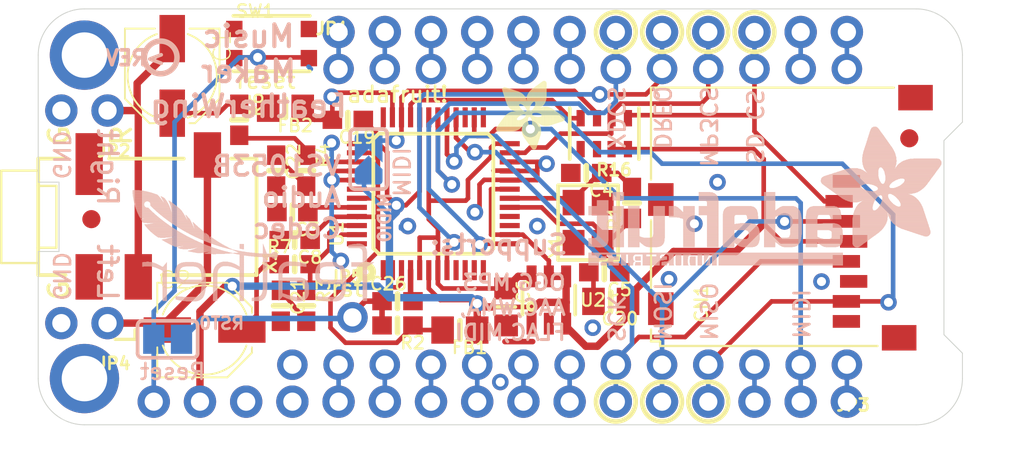
<source format=kicad_pcb>
(kicad_pcb (version 20211014) (generator pcbnew)
  (layers (0 "F.Cu" signal) (31 "B.Cu" signal) (34 "B.Paste" user) (35 "F.Paste" user) (36 "B.SilkS" user "B.Silkscreen") (37 "F.SilkS" user "F.Silkscreen") (38 "B.Mask" user) (39 "F.Mask" user) (44 "Edge.Cuts" user))
  (net 0 "")
  (net 1 "1.8V")
  (net 2 "3.3V")
  (net 3 "GND")
  (net 4 "AVDD")
  (net 5 "AGND")
  (net 6 "N$1")
  (net 7 "N$2")
  (net 8 "GPIO0")
  (net 9 "GPIO1")
  (net 10 "MISO")
  (net 11 "TX")
  (net 12 "MP3_RX")
  (net 13 "DREQ")
  (net 14 "CLKOUT")
  (net 15 "LEFT")
  (net 16 "RIGHT")
  (net 17 "N$5")
  (net 18 "N$6")
  (net 19 "RIGHT_FILTERED")
  (net 20 "LEFT_FILTERED")
  (net 21 "MP3CS")
  (net 22 "XDCS")
  (net 23 "R_OUT")
  (net 24 "L_OUT")
  (net 25 "N$3")
  (net 26 "MP3RST")
  (net 27 "MOSI")
  (net 28 "SCLK")
  (net 29 "SD_CS")
  (net 30 "VBAT")
  (net 31 "N$4")
  (net 32 "USB")
  (net 33 "N$7")
  (net 34 "N$8")
  (net 35 "N$9")
  (net 36 "N$10")
  (net 37 "N$11")
  (net 38 "N$12")
  (net 39 "N$13")
  (net 40 "N$14")
  (net 41 "N$15")
  (net 42 "N$16")
  (net 43 "N$17")
  (net 44 "N$18")
  (net 45 "N$19")
  (net 46 "~{RESET}")
  (footprint "boardEagle:0603-NO" (layer "F.Cu") (at 155.7401 104.2416 90)
    (fp_text reference "R1")
    (fp_text value "1M")
  )
  (footprint "boardEagle:LQFP48" (layer "F.Cu") (at 144.8181 103.7336 90)
    (fp_text reference "U1")
    (fp_text value "VS1053B")
  )
  (footprint "boardEagle:0603-NO" (layer "F.Cu") (at 154.2161 108.0516 180)
    (fp_text reference "C5")
    (fp_text value "22pF")
  )
  (footprint "boardEagle:0603-NO" (layer "F.Cu") (at 142.8496 110.9726 180)
    (fp_text reference "R2")
    (fp_text value "100K")
  )
  (footprint "boardEagle:0603-NO" (layer "F.Cu") (at 137.8331 109.8931 -90)
    (fp_text reference "R3")
    (fp_text value "22")
  )
  (footprint "boardEagle:0603-NO" (layer "F.Cu") (at 136.1821 102.4636 -90)
    (fp_text reference "C22")
    (fp_text value "10nF")
  )
  (footprint "boardEagle:0603-NO" (layer "F.Cu") (at 137.1981 106.2736 180)
    (fp_text reference "C8")
    (fp_text value "1µF")
  )
  (footprint "boardEagle:0805-NO" (layer "F.Cu") (at 146.2786 111.2266 180)
    (fp_text reference "FB1")
    (fp_text value "FERITTE")
  )
  (footprint "boardEagle:FEATHERWING_NODIM" (layer "F.Cu") (at 123.1011 116.4336)
    (fp_text reference "MS1" hide)
    (fp_text value "FEATHERWING_NODIM" hide)
  )
  (footprint "boardEagle:1X12_ROUND" (layer "F.Cu") (at 153.5811 96.8756)
    (fp_text reference "JP1")
    (fp_text value "")
  )
  (footprint "boardEagle:PANASONIC_C" (layer "F.Cu") (at 132.2451 111.2266)
    (fp_text reference "C2")
    (fp_text value "220uF")
  )
  (footprint "boardEagle:FIDUCIAL_1MM" (layer "F.Cu") (at 170.9801 100.6856)
    (fp_text reference "FID1" hide)
    (fp_text value "FIDUCIAL\"\"" hide)
  )
  (footprint "boardEagle:1X02_ROUND" (layer "F.Cu") (at 125.6411 110.8456 180)
    (fp_text reference "JP4")
    (fp_text value "")
  )
  (footprint "boardEagle:0603-NO" (layer "F.Cu") (at 137.1981 107.6071)
    (fp_text reference "R7")
    (fp_text value "100")
  )
  (footprint "boardEagle:PANASONIC_C" (layer "F.Cu") (at 130.4671 97.2566 -90)
    (fp_text reference "C1")
    (fp_text value "220uF")
  )
  (footprint "boardEagle:0603-NO" (layer "F.Cu") (at 136.4361 109.8931 -90)
    (fp_text reference "C21")
    (fp_text value "10nF")
  )
  (footprint "boardEagle:0603-NO" (layer "F.Cu") (at 153.2255 102.5906 180)
    (fp_text reference "C4")
    (fp_text value "22pF")
  )
  (footprint "boardEagle:ADAFRUIT_3.5MM" (layer "F.Cu") (at 148.2471 97.5106 -90)
    (fp_text reference "U$36" hide)
    (fp_text value "" hide)
  )
  (footprint "boardEagle:0603-NO" (layer "F.Cu") (at 137.8331 102.4636 -90)
    (fp_text reference "R4")
    (fp_text value "22")
  )
  (footprint "boardEagle:1X13_ROUND_70" (layer "F.Cu") (at 152.3111 113.1316 180)
    (fp_text reference "JP3")
    (fp_text value "")
  )
  (footprint "boardEagle:SOT23-6" (layer "F.Cu") (at 151.1681 109.5756)
    (fp_text reference "U2")
    (fp_text value "AP7312-1833W6-7")
  )
  (footprint "boardEagle:0805-NO" (layer "F.Cu") (at 154.5717 109.6518 180)
    (fp_text reference "C20")
    (fp_text value "10µF")
  )
  (footprint "boardEagle:4UCONN_18510" (layer "F.Cu") (at 123.1011 105.0036)
    (fp_text reference "X1")
    (fp_text value "")
  )
  (footprint "boardEagle:1X02_ROUND" (layer "F.Cu") (at 125.6411 99.1616 180)
    (fp_text reference "JP2")
    (fp_text value "")
  )
  (footprint "boardEagle:BTN_KMR2_4.6X2.8" (layer "F.Cu") (at 135.9281 95.4786)
    (fp_text reference "SW1")
    (fp_text value "KMR2")
  )
  (footprint "boardEagle:CRYSTAL_3.2X2.5" (layer "F.Cu") (at 153.3271 105.3211 90)
    (fp_text reference "Y1")
    (fp_text value "ABM8G-12.288MHZ-4Y-T3")
  )
  (footprint "boardEagle:1X01_ROUND" (layer "F.Cu") (at 140.3731 110.5281)
    (fp_text reference "JP5")
    (fp_text value "")
  )
  (footprint "boardEagle:FIDUCIAL_1MM" (layer "F.Cu") (at 126.0221 105.1306 -90)
    (fp_text reference "FID2" hide)
    (fp_text value "FIDUCIAL\"\"" hide)
  )
  (footprint "boardEagle:0805-NO" (layer "F.Cu") (at 136.6901 99.0346 180)
    (fp_text reference "FB2")
    (fp_text value "FERITTE")
  )
  (footprint "boardEagle:0603-NO" (layer "F.Cu") (at 134.1501 99.6696 -90)
    (fp_text reference "R6")
    (fp_text value "100")
  )
  (footprint "boardEagle:MICROSD" (layer "F.Cu") (at 156.8831 112.0521 90)
    (fp_text reference "CN1")
    (fp_text value "2908-05WB-M6")
  )
  (footprint "boardEagle:RESPACK_4X0603" (layer "F.Cu") (at 154.2161 100.4316 180)
    (fp_text reference "R16")
    (fp_text value "100K")
  )
  (footprint "boardEagle:0603-NO" (layer "F.Cu") (at 140.1191 99.6696 180)
    (fp_text reference "C19")
    (fp_text value "1µF")
  )
  (footprint "boardEagle:0603-NO" (layer "F.Cu") (at 137.0711 104.7496 180)
    (fp_text reference "C3")
    (fp_text value "1uF")
  )
  (footprint "boardEagle:0603-NO" (layer "F.Cu") (at 142.8496 109.6391)
    (fp_text reference "C26")
    (fp_text value "0.1µF")
  )
  (footprint "boardEagle:_0805MP" (layer "F.Cu") (at 148.8186 109.9566 -90)
    (fp_text reference "C6")
    (fp_text value "10µF")
  )
  (footprint "boardEagle:FEATHERLOGO_SMALL" (layer "B.Cu") (at 141.6431 109.7026 180)
    (fp_text reference "U$37" hide)
    (fp_text value "" hide)
  )
  (footprint "boardEagle:ADAFRUIT_TEXT_20MM" (layer "B.Cu") (at 172.9105 107.6706 180)
    (fp_text reference "U$55" hide)
    (fp_text value "" hide)
  )
  (footprint "boardEagle:SOLDERJUMPER_CLOSEDWIRE" (layer "B.Cu") (at 130.2131 111.7346 180)
    (fp_text reference "RST0")
    (fp_text value "")
  )
  (footprint "boardEagle:SOLDERJUMPER_ARROW_NOPASTE" (layer "B.Cu") (at 141.2621 101.8286 90)
    (fp_text reference "MIDI0")
    (fp_text value "")
  )
  (footprint "boardEagle:PCBFEAT-REV-040" (layer "B.Cu") (at 129.8321 96.2406 180)
    (fp_text reference "U$43" hide)
    (fp_text value "" hide)
  )
  (gr_circle (center 162.4711 94.8436) (end 163.563593 94.8436) (layer "F.SilkS") (width 0.254) (fill none))
  (gr_circle (center 154.8511 115.1636) (end 155.943593 115.1636) (layer "F.SilkS") (width 0.254) (fill none))
  (gr_circle (center 157.3911 115.1636) (end 158.483593 115.1636) (layer "F.SilkS") (width 0.254) (fill none))
  (gr_circle (center 159.9311 94.8436) (end 161.023593 94.8436) (layer "F.SilkS") (width 0.254) (fill none))
  (gr_circle (center 159.9311 115.1636) (end 161.023593 115.1636) (layer "F.SilkS") (width 0.254) (fill none))
  (gr_circle (center 154.8511 94.8436) (end 155.943593 94.8436) (layer "F.SilkS") (width 0.254) (fill none))
  (gr_circle (center 157.3911 94.8436) (end 158.483593 94.8436) (layer "F.SilkS") (width 0.254) (fill none))
  (gr_arc (start 173.9011 113.8936) (mid 173.157151 115.689651) (end 171.3611 116.4336) (layer "Edge.Cuts") (width 0.05))
  (gr_line (start 124.2441 106.9086) (end 124.2441 103.0986) (layer "Edge.Cuts") (width 0.05))
  (gr_line (start 172.8851 100.8126) (end 172.8851 111.4806) (layer "Edge.Cuts") (width 0.05))
  (gr_arc (start 171.3611 93.5736) (mid 173.157151 94.317549) (end 173.9011 96.1136) (layer "Edge.Cuts") (width 0.05))
  (gr_line (start 173.9011 99.7966) (end 172.8851 100.8126) (layer "Edge.Cuts") (width 0.05))
  (gr_line (start 173.9011 112.4966) (end 173.9011 113.8936) (layer "Edge.Cuts") (width 0.05))
  (gr_line (start 123.1011 113.8936) (end 123.1011 106.9086) (layer "Edge.Cuts") (width 0.05))
  (gr_line (start 171.3611 116.4336) (end 125.6411 116.4336) (layer "Edge.Cuts") (width 0.05))
  (gr_line (start 173.9011 96.1136) (end 173.9011 99.7966) (layer "Edge.Cuts") (width 0.05))
  (gr_line (start 172.8851 111.4806) (end 173.9011 112.4966) (layer "Edge.Cuts") (width 0.05))
  (gr_arc (start 123.1011 96.1136) (mid 123.845049 94.317549) (end 125.6411 93.5736) (layer "Edge.Cuts") (width 0.05))
  (gr_line (start 125.6411 93.5736) (end 171.3611 93.5736) (layer "Edge.Cuts") (width 0.05))
  (gr_line (start 123.1011 106.9086) (end 124.2441 106.9086) (layer "Edge.Cuts") (width 0.05))
  (gr_line (start 124.2441 103.0986) (end 123.1011 103.0986) (layer "Edge.Cuts") (width 0.05))
  (gr_line (start 123.1011 103.0986) (end 123.1011 96.1136) (layer "Edge.Cuts") (width 0.05))
  (gr_arc (start 125.6411 116.4336) (mid 123.845049 115.689651) (end 123.1011 113.8936) (layer "Edge.Cuts") (width 0.05))
  (gr_text "SCK" (at 154.8511 110.5916 -90) (layer "B.SilkS") (effects (font (size 0.87376 0.87376) (thickness 0.14224)) (justify mirror)))
  (gr_text "GND" (at 124.3711 100.1776 -90) (layer "B.SilkS") (effects (font (size 0.87376 0.87376) (thickness 0.14224)) (justify right mirror)))
  (gr_text "Music\nMaker\nFeatherWing" (at 134.6581 97.0026) (layer "B.SilkS") (effects (font (size 1.194816 1.194816) (thickness 0.227584)) (justify mirror)))
  (gr_text "MP3CS" (at 159.9311 100.0506 -90) (layer "B.SilkS") (effects (font (size 0.87376 0.87376) (thickness 0.14224)) (justify mirror)))
  (gr_text "MISO" (at 159.9311 110.2106 -90) (layer "B.SilkS") (effects (font (size 0.87376 0.87376) (thickness 0.14224)) (justify mirror)))
  (gr_text "XDCS" (at 154.8511 99.5426 -90) (layer "B.SilkS") (effects (font (size 0.87376 0.87376) (thickness 0.14224)) (justify mirror)))
  (gr_text "MIDI" (at 165.0111 110.3376 -90) (layer "B.SilkS") (effects (font (size 0.87376 0.87376) (thickness 0.14224)) (justify mirror)))
  (gr_text "OGG,MP3,\nAAC,WMA,\nFLAC,MIDI" (at 152.1841 111.8616) (layer "B.SilkS") (effects (font (size 0.85344 0.85344) (thickness 0.16256)) (justify left bottom mirror)))
  (gr_text "MIDI" (at 143.0401 103.9876 -90) (layer "B.SilkS") (effects (font (size 0.87376 0.87376) (thickness 0.14224)) (justify left mirror)))
  (gr_text "MOSI" (at 157.3911 110.2106 -90) (layer "B.SilkS") (effects (font (size 0.87376 0.87376) (thickness 0.14224)) (justify mirror)))
  (gr_text "Right" (at 126.9111 100.0506 -90) (layer "B.SilkS") (effects (font (size 1.0922 1.0922) (thickness 0.1778)) (justify right mirror)))
  (gr_text "Left" (at 126.9111 109.7026 -90) (layer "B.SilkS") (effects (font (size 1.0922 1.0922) (thickness 0.1778)) (justify left mirror)))
  (gr_text "Reset" (at 132.3721 113.5126) (layer "B.SilkS") (effects (font (size 0.87376 0.87376) (thickness 0.14224)) (justify left mirror)))
  (gr_text "DREQ" (at 157.3911 99.5426 -90) (layer "B.SilkS") (effects (font (size 0.87376 0.87376) (thickness 0.14224)) (justify mirror)))
  (gr_text "GND" (at 124.3711 109.7026 -90) (layer "B.SilkS") (effects (font (size 0.87376 0.87376) (thickness 0.14224)) (justify left mirror)))
  (gr_text "Supports:" (at 152.3111 107.1626) (layer "B.SilkS") (effects (font (size 1.0668 1.0668) (thickness 0.2032)) (justify left bottom mirror)))
  (gr_text "VS1053B\nAudio\nCodec" (at 139.8651 106.2736) (layer "B.SilkS") (effects (font (size 1.0668 1.0668) (thickness 0.2032)) (justify left bottom mirror)))
  (gr_text "SD CS" (at 162.4711 100.0506 -90) (layer "B.SilkS") (effects (font (size 0.87376 0.87376) (thickness 0.14224)) (justify mirror)))
  (gr_text "reset" (at 133.8961 98.0186) (layer "F.SilkS") (effects (font (size 0.87376 0.87376) (thickness 0.14224)) (justify left bottom)))
  (gr_text "rst" (at 139.1031 109.4486) (layer "F.SilkS") (effects (font (size 0.87376 0.87376) (thickness 0.14224)) (justify left bottom)))
  (gr_text "G" (at 124.2441 101.1936 90) (layer "F.SilkS") (effects (font (size 1.0922 1.0922) (thickness 0.1778)) (justify left)))
  (gr_text "G" (at 124.2441 109.7026 90) (layer "F.SilkS") (effects (font (size 1.0922 1.0922) (thickness 0.1778)) (justify left)))
  (gr_text "adafruit!" (at 139.9921 98.2726) (layer "F.SilkS") (effects (font (size 0.87376 0.87376) (thickness 0.14224)) (justify left)))
  (gr_text "L" (at 127.9271 112.1156 90) (layer "F.SilkS") (effects (font (size 1.0922 1.0922) (thickness 0.1778)) (justify left)))
  (gr_text "R" (at 127.6731 101.1936 90) (layer "F.SilkS") (effects (font (size 1.0922 1.0922) (thickness 0.1778)) (justify left)))
  (segment (start 145.0681 108.6826) (end 145.3261 108.9406) (width 0.254) (layer "F.Cu") (net 1))
  (segment (start 144.5681 105.1346) (end 145.0721 105.6386) (width 0.254) (layer "F.Cu") (net 1))
  (segment (start 144.5681 104.1146) (end 144.5681 105.1346) (width 0.254) (layer "F.Cu") (net 1))
  (segment (start 145.0721 106.1466) (end 145.0721 105.6386) (width 0.254) (layer "F.Cu") (net 1))
  (segment (start 144.0681 107.9336) (end 144.0681 106.1466) (width 0.254) (layer "F.Cu") (net 1))
  (segment (start 144.0681 106.1466) (end 145.0721 106.1466) (width 0.254) (layer "F.Cu") (net 1))
  (segment (start 145.3261 108.9406) (end 148.8186 108.9406) (width 0.254) (layer "F.Cu") (net 1))
  (segment (start 150.2181 108.6206) (end 150.2181 108.2756) (width 0.4064) (layer "F.Cu") (net 1))
  (segment (start 146.7231 103.9876) (end 146.5961 104.1146) (width 0.254) (layer "F.Cu") (net 1))
  (segment (start 147.9931 101.1936) (end 147.9931 101.7016) (width 0.254) (layer "F.Cu") (net 1))
  (segment (start 148.8186 108.9406) (end 149.4836 108.2756) (width 0.4064) (layer "F.Cu") (net 1))
  (segment (start 145.0721 107.9336) (end 145.0681 107.9336) (width 0.254) (layer "F.Cu") (net 1))
  (segment (start 147.9931 101.1936) (end 148.2031 100.9836) (width 0.254) (layer "F.Cu") (net 1))
  (segment (start 146.7231 102.9716) (end 147.9931 101.7016) (width 0.254) (layer "F.Cu") (net 1))
  (segment (start 148.2031 100.9836) (end 149.0181 100.9836) (width 0.254) (layer "F.Cu") (net 1))
  (segment (start 146.5961 104.1146) (end 144.5681 104.1146) (width 0.254) (layer "F.Cu") (net 1))
  (segment (start 146.7231 103.9876) (end 146.7231 102.9716) (width 0.254) (layer "F.Cu") (net 1))
  (segment (start 145.0681 107.9336) (end 145.0681 108.6826) (width 0.254) (layer "F.Cu") (net 1))
  (segment (start 145.0721 106.1466) (end 145.0721 107.9336) (width 0.254) (layer "F.Cu") (net 1))
  (segment (start 144.5681 99.5336) (end 144.5681 104.1146) (width 0.254) (layer "F.Cu") (net 1))
  (segment (start 149.4836 108.2756) (end 150.2181 108.2756) (width 0.4064) (layer "F.Cu") (net 1))
  (segment (start 162.9791 105.3846) (end 162.9791 101.8286) (width 0.254) (layer "F.Cu") (net 2))
  (segment (start 141.8971 100.5976) (end 140.9691 99.6696) (width 0.254) (layer "F.Cu") (net 2))
  (segment (start 131.9911 110.2106) (end 131.9911 115.1636) (width 0.4064) (layer "F.Cu") (net 2))
  (segment (start 150.6601 109.7026) (end 152.1221 109.7026) (width 0.4064) (layer "F.Cu") (net 2))
  (segment (start 154.6161 101.2816) (end 155.5161 101.2816) (width 0.254) (layer "F.Cu") (net 2))
  (segment (start 144.5681 107.9336) (end 144.5681 108.9446) (width 0.254) (layer "F.Cu") (net 2))
  (segment (start 133.7691 108.8136) (end 133.3881 108.8136) (width 0.4064) (layer "F.Cu") (net 2))
  (segment (start 162.9791 101.8286) (end 162.4321 101.2816) (width 0.254) (layer "F.Cu") (net 2))
  (segment (start 147.0406 109.5756) (end 147.2311 109.7661) (width 0.254) (layer "F.Cu") (net 2))
  (segment (start 163.9466 106.3521) (end 167.9231 106.3521) (width 0.254) (layer "F.Cu") (net 2))
  (segment (start 150.2181 110.1446) (end 150.6601 109.7026) (width 0.4064) (layer "F.Cu") (net 2))
  (segment (start 151.1681 108.2756) (end 152.1181 108.2756) (width 0.4064) (layer "F.Cu") (net 2))
  (segment (start 144.0681 103.6066) (end 143.3061 104.3686) (width 0.254) (layer "F.Cu") (net 2))
  (segment (start 149.7351 105.9836) (end 151.1681 107.4166) (width 0.254) (layer "F.Cu") (net 2))
  (segment (start 152.1181 110.8756) (end 152.1181 109.6986) (width 0.4064) (layer "F.Cu") (net 2))
  (segment (start 152.1221 109.7026) (end 152.1181 109.6986) (width 0.4064) (layer "F.Cu") (net 2))
  (segment (start 152.1181 107.9906) (end 152.1181 108.2756) (width 0.254) (layer "F.Cu") (net 2))
  (segment (start 147.228331 110.909369) (end 147.2286 110.909369) (width 0.4064) (layer "F.Cu") (net 2))
  (segment (start 151.1681 107.4166) (end 151.1681 108.2756) (width 0.254) (layer "F.Cu") (net 2))
  (segment (start 148.0541 109.9566) (end 147.2311 109.9566) (width 0.4064) (layer "F.Cu") (net 2))
  (segment (start 142.2781 101.4476) (end 142.2781 103.8606) (width 0.254) (layer "F.Cu") (net 2))
  (segment (start 153.2001 112.1156) (end 152.1181 111.0336) (width 0.4064) (layer "F.Cu") (net 2))
  (segment (start 162.4321 101.2816) (end 155.5161 101.2816) (width 0.254) (layer "F.Cu") (net 2))
  (segment (start 141.8971 101.0666) (end 141.8971 100.5976) (width 0.254) (layer "F.Cu") (net 2))
  (segment (start 148.0541 109.9566) (end 150.2601 109.9566) (width 0.254) (layer "F.Cu") (net 2))
  (segment (start 150.2601 109.9566) (end 150.2601 110.8336) (width 0.4064) (layer "F.Cu") (net 2))
  (segment (start 150.2601 110.8336) (end 150.2181 110.8756) (width 0.4064) (layer "F.Cu") (net 2))
  (segment (start 147.2311 110.770119) (end 147.228331 110.772888) (width 0.254) (layer "F.Cu") (net 2))
  (segment (start 155.5217 110.429) (end 153.8351 112.1156) (width 0.4064) (layer "F.Cu") (net 2))
  (segment (start 149.0181 105.9836) (end 149.7351 105.9836) (width 0.254) (layer "F.Cu") (net 2))
  (segment (start 143.3061 104.3686) (end 142.7861 104.3686) (width 0.254) (layer "F.Cu") (net 2))
  (segment (start 142.2781 101.4476) (end 141.8971 101.0666) (width 0.254) (layer "F.Cu") (net 2))
  (segment (start 158.0261 106.9086) (end 161.4551 106.9086) (width 0.4064) (layer "F.Cu") (net 2))
  (segment (start 147.228331 110.772888) (end 147.228331 110.909369) (width 0.254) (layer "F.Cu") (net 2))
  (segment (start 163.9466 106.3521) (end 162.9791 105.3846) (width 0.254) (layer "F.Cu") (net 2))
  (segment (start 155.5217 109.413) (end 155.5217 109.6518) (width 0.4064) (layer "F.Cu") (net 2))
  (segment (start 149.0181 105.9836) (end 147.9931 105.9836) (width 0.254) (layer "F.Cu") (net 2))
  (segment (start 145.1991 109.5756) (end 147.0406 109.5756) (width 0.254) (layer "F.Cu") (net 2))
  (segment (start 142.2781 103.8606) (end 142.7861 104.3686) (width 0.254) (layer "F.Cu") (net 2))
  (segment (start 150.2181 110.8756) (end 150.2181 110.1446) (width 0.4064) (layer "F.Cu") (net 2))
  (segment (start 144.5681 108.9446) (end 145.1991 109.5756) (width 0.254) (layer "F.Cu") (net 2))
  (segment (start 147.2311 109.7661) (end 147.2311 109.9566) (width 0.4064) (layer "F.Cu") (net 2))
  (segment (start 147.2286 110.909369) (end 147.2286 111.2266) (width 0.4064) (layer "F.Cu") (net 2))
  (segment (start 149.0181 103.4836) (end 147.9931 103.4836) (width 0.254) (layer "F.Cu") (net 2))
  (segment (start 152.1181 109.6986) (end 152.1181 108.2756) (width 0.4064) (layer "F.Cu") (net 2))
  (segment (start 144.0681 99.5336) (end 144.0681 103.6066) (width 0.254) (layer "F.Cu") (net 2))
  (segment (start 161.4551 106.9086) (end 162.9791 105.3846) (width 0.4064) (layer "F.Cu") (net 2))
  (segment (start 152.1181 111.0336) (end 152.1181 110.8756) (width 0.4064) (layer "F.Cu") (net 2))
  (segment (start 153.8351 112.1156) (end 153.2001 112.1156) (width 0.4064) (layer "F.Cu") (net 2))
  (segment (start 147.9931 103.4836) (end 147.9931 105.9836) (width 0.254) (layer "F.Cu") (net 2))
  (segment (start 155.5217 110.429) (end 155.5217 109.6518) (width 0.4064) (layer "F.Cu") (net 2))
  (segment (start 147.2311 109.9566) (end 147.2311 110.770119) (width 0.4064) (layer "F.Cu") (net 2))
  (segment (start 133.3881 108.8136) (end 131.9911 110.2106) (width 0.4064) (layer "F.Cu") (net 2))
  (segment (start 158.0261 106.9086) (end 155.5217 109.413) (width 0.4064) (layer "F.Cu") (net 2))
  (via (at 147.2311 109.7661) (size 0.9064) (drill 0.5) (layers "F.Cu" "B.Cu") (net 2))
  (via (at 142.7861 104.3686) (size 0.9064) (drill 0.5) (layers "F.Cu" "B.Cu") (net 2))
  (via (at 133.7691 108.8136) (size 0.9064) (drill 0.5) (layers "F.Cu" "B.Cu") (net 2))
  (segment (start 142.5321 105.0036) (end 142.4051 105.1306) (width 0.4064) (layer "B.Cu") (net 2))
  (segment (start 141.0081 103.4796) (end 141.0081 102.5906) (width 0.254) (layer "B.Cu") (net 2))
  (segment (start 146.9136 109.4486) (end 147.2311 109.7661) (width 0.4064) (layer "B.Cu") (net 2))
  (segment (start 142.7861 104.7496) (end 142.5321 105.0036) (width 0.4064) (layer "B.Cu") (net 2))
  (segment (start 141.0081 102.5906) (end 141.2621 102.8446) (width 0.254) (layer "B.Cu") (net 2))
  (segment (start 141.0081 103.4796) (end 142.5321 105.0036) (width 0.254) (layer "B.Cu") (net 2))
  (segment (start 142.4051 105.1306) (end 142.4051 109.4486) (width 0.4064) (layer "B.Cu") (net 2))
  (segment (start 142.7861 104.3686) (end 142.7861 104.7496) (width 0.4064) (layer "B.Cu") (net 2))
  (segment (start 142.4051 109.4486) (end 146.9136 109.4486) (width 0.4064) (layer "B.Cu") (net 2))
  (segment (start 133.7691 108.8136) (end 141.7701 108.8136) (width 0.4064) (layer "B.Cu") (net 2))
  (segment (start 141.7701 108.8136) (end 142.4051 109.4486) (width 0.4064) (layer "B.Cu") (net 2))
  (segment (start 138.2751 99.6696) (end 139.2691 99.6696) (width 0.254) (layer "F.Cu") (net 3))
  (segment (start 149.0061 102.9716) (end 147.6121 102.9716) (width 0.254) (layer "F.Cu") (net 3))
  (segment (start 150.5331 102.9836) (end 150.5331 102.4836) (width 0.254) (layer "F.Cu") (net 3))
  (segment (start 153.3661 108.0516) (end 153.6217 108.3072) (width 0.254) (layer "F.Cu") (net 3))
  (segment (start 149.0181 102.9836) (end 149.0061 102.9716) (width 0.254) (layer "F.Cu") (net 3))
  (segment (start 150.5331 102.4836) (end 150.5331 101.9836) (width 0.254) (layer "F.Cu") (net 3))
  (segment (start 148.9981 102.4636) (end 148.1201 102.4636) (width 0.254) (layer "F.Cu") (net 3))
  (segment (start 149.0181 101.9836) (end 150.5331 101.9836) (width 0.254) (layer "F.Cu") (net 3))
  (segment (start 147.3581 103.2256) (end 147.3581 104.6226) (width 0.254) (layer "F.Cu") (net 3))
  (segment (start 151.0411 102.0826) (end 150.8861 102.0826) (width 0.254) (layer "F.Cu") (net 3))
  (segment (start 143.5681 107.9336) (end 143.5681 109.6391) (width 0.3048) (layer "F.Cu") (net 3))
  (segment (start 139.2691 98.4386) (end 139.2301 98.3996) (width 0.254) (layer "F.Cu") (net 3))
  (segment (start 137.6401 99.0346) (end 138.2751 99.6696) (width 0.254) (layer "F.Cu") (net 3))
  (segment (start 139.2691 98.4386) (end 139.2691 99.6696) (width 0.254) (layer "F.Cu") (net 3))
  (segment (start 150.8861 102.0826) (end 150.7871 101.9836) (width 0.254) (layer "F.Cu") (net 3))
  (segment (start 149.0181 102.9836) (end 150.5331 102.9836) (width 0.254) (layer "F.Cu") (net 3))
  (segment (start 147.6121 102.9716) (end 147.3581 103.2256) (width 0.254) (layer "F.Cu") (net 3))
  (segment (start 149.0181 102.4836) (end 148.9981 102.4636) (width 0.254) (layer "F.Cu") (net 3))
  (segment (start 149.0181 102.4836) (end 150.5331 102.4836) (width 0.254) (layer "F.Cu") (net 3))
  (segment (start 143.5681 109.6391) (end 143.6996 109.6391) (width 0.3048) (layer "F.Cu") (net 3))
  (segment (start 150.5331 101.9836) (end 150.7871 101.9836) (width 0.254) (layer "F.Cu") (net 3))
  (segment (start 142.5681 99.5336) (end 142.5681 98.1816) (width 0.254) (layer "F.Cu") (net 3))
  (segment (start 153.6217 108.3072) (end 153.6217 109.6518) (width 0.254) (layer "F.Cu") (net 3))
  (segment (start 148.7551 111.8616) (end 150.2791 111.8616) (width 0.3048) (layer "F.Cu") (net 3))
  (segment (start 139.4481 98.1816) (end 139.2301 98.3996) (width 0.254) (layer "F.Cu") (net 3))
  (segment (start 142.5681 98.1816) (end 139.4481 98.1816) (width 0.254) (layer "F.Cu") (net 3))
  (via (at 166.1541 108.5596) (size 0.9064) (drill 0.5) (layers "F.Cu" "B.Cu") (net 3))
  (via (at 153.5811 111.0996) (size 0.9064) (drill 0.5) (layers "F.Cu" "B.Cu") (net 3))
  (via (at 157.7721 108.4326) (size 0.9064) (drill 0.5) (layers "F.Cu" "B.Cu") (net 3))
  (via (at 160.4391 103.0986) (size 0.9064) (drill 0.5) (layers "F.Cu" "B.Cu") (net 3))
  (via (at 150.5331 105.5116) (size 0.9064) (drill 0.5) (layers "F.Cu" "B.Cu") (net 3))
  (via (at 139.2301 98.3996) (size 0.9064) (drill 0.5) (layers "F.Cu" "B.Cu") (net 3))
  (via (at 147.1041 104.7496) (size 0.9064) (drill 0.5) (layers "F.Cu" "B.Cu") (net 3))
  (via (at 148.5011 114.0841) (size 0.9064) (drill 0.5) (layers "F.Cu" "B.Cu") (net 3))
  (via (at 159.1691 105.3846) (size 0.9064) (drill 0.5) (layers "F.Cu" "B.Cu") (net 3))
  (via (at 143.4211 105.5116) (size 0.9064) (drill 0.5) (layers "F.Cu" "B.Cu") (net 3))
  (via (at 151.0411 102.0826) (size 0.9064) (drill 0.5) (layers "F.Cu" "B.Cu") (net 3))
  (segment (start 138.0871 96.8756) (end 137.9601 96.7486) (width 0.254) (layer "B.Cu") (net 3))
  (segment (start 143.0401 105.6386) (end 143.0401 105.5116) (width 0.254) (layer "B.Cu") (net 3))
  (segment (start 139.1666 111.0996) (end 139.9921 111.9251) (width 0.254) (layer "F.Cu") (net 4))
  (segment (start 139.1666 109.5121) (end 139.1666 111.0996) (width 0.254) (layer "F.Cu") (net 4))
  (segment (start 141.4251 101.4836) (end 141.7701 101.8286) (width 0.254) (layer "F.Cu") (net 4))
  (segment (start 139.9921 111.9251) (end 142.8106 111.9251) (width 0.254) (layer "F.Cu") (net 4))
  (segment (start 141.7701 103.9876) (end 141.7701 105.0036) (width 0.254) (layer "F.Cu") (net 4))
  (segment (start 140.6381 105.0036) (end 139.2301 105.0036) (width 0.254) (layer "F.Cu") (net 4))
  (segment (start 141.7661 103.9836) (end 141.7701 103.9876) (width 0.254) (layer "F.Cu") (net 4))
  (segment (start 141.7701 101.8286) (end 141.7701 103.9876) (width 0.254) (layer "F.Cu") (net 4))
  (segment (start 143.6996 111.0361) (end 143.6996 110.9726) (width 0.254) (layer "F.Cu") (net 4))
  (segment (start 140.6181 103.9836) (end 141.7661 103.9836) (width 0.254) (layer "F.Cu") (net 4))
  (segment (start 140.6381 105.0036) (end 140.6181 104.9836) (width 0.254) (layer "F.Cu") (net 4))
  (segment (start 140.6181 101.4836) (end 141.4251 101.4836) (width 0.254) (layer "F.Cu") (net 4))
  (segment (start 143.9536 111.2266) (end 145.3286 111.2266) (width 0.254) (layer "F.Cu") (net 4))
  (segment (start 138.0481 106.1856) (end 138.0481 106.2736) (width 0.254) (layer "F.Cu") (net 4))
  (segment (start 141.7701 106.9086) (end 141.7701 105.0036) (width 0.254) (layer "F.Cu") (net 4))
  (segment (start 139.2301 105.0036) (end 138.0481 106.1856) (width 0.254) (layer "F.Cu") (net 4))
  (segment (start 142.8106 111.9251) (end 143.6996 111.0361) (width 0.254) (layer "F.Cu") (net 4))
  (segment (start 141.7701 106.9086) (end 139.1666 109.5121) (width 0.254) (layer "F.Cu") (net 4))
  (segment (start 143.6996 110.9726) (end 143.9536 111.2266) (width 0.254) (layer "F.Cu") (net 4))
  (segment (start 141.7701 105.0036) (end 140.6381 105.0036) (width 0.254) (layer "F.Cu") (net 4))
  (segment (start 140.6181 102.4836) (end 139.3571 102.4836) (width 0.254) (layer "F.Cu") (net 5))
  (segment (start 139.3571 102.4836) (end 139.3571 102.5906) (width 0.254) (layer "F.Cu") (net 5))
  (segment (start 140.6181 102.9836) (end 139.2301 102.9836) (width 0.254) (layer "F.Cu") (net 5))
  (segment (start 140.6181 105.9836) (end 139.7741 105.9836) (width 0.254) (layer "F.Cu") (net 5))
  (segment (start 139.7741 105.9836) (end 139.7381 106.0196) (width 0.254) (layer "F.Cu") (net 5))
  (via (at 139.2301 100.9396) (size 0.9064) (drill 0.5) (layers "F.Cu" "B.Cu") (net 5))
  (via (at 139.2301 102.9836) (size 0.9064) (drill 0.5) (layers "F.Cu" "B.Cu") (net 5))
  (via (at 139.7381 107.4286) (size 0.9064) (drill 0.5) (layers "F.Cu" "B.Cu") (net 5))
  (segment (start 139.2301 106.9206) (end 139.7381 107.4286) (width 0.254) (layer "B.Cu") (net 5))
  (segment (start 139.2301 102.9836) (end 139.2301 106.9206) (width 0.254) (layer "B.Cu") (net 5))
  (segment (start 139.2301 100.9396) (end 139.2301 102.9836) (width 0.254) (layer "B.Cu") (net 5))
  (segment (start 154.1271 105.9306) (end 154.1271 106.4211) (width 0.254) (layer "F.Cu") (net 6))
  (segment (start 153.5811 105.3846) (end 154.1271 105.9306) (width 0.254) (layer "F.Cu") (net 6))
  (segment (start 149.0181 104.4836) (end 150.7751 104.4836) (width 0.254) (layer "F.Cu") (net 6))
  (segment (start 155.7401 105.0916) (end 154.4106 106.4211) (width 0.254) (layer "F.Cu") (net 6))
  (segment (start 154.1271 107.1126) (end 155.0661 108.0516) (width 0.254) (layer "F.Cu") (net 6))
  (segment (start 150.7751 104.4836) (end 151.6761 105.3846) (width 0.254) (layer "F.Cu") (net 6))
  (segment (start 151.6761 105.3846) (end 153.5811 105.3846) (width 0.254) (layer "F.Cu") (net 6))
  (segment (start 154.1271 106.4211) (end 154.1271 107.1126) (width 0.254) (layer "F.Cu") (net 6))
  (segment (start 154.4106 106.4211) (end 154.1271 106.4211) (width 0.254) (layer "F.Cu") (net 6))
  (segment (start 152.2896 103.9836) (end 152.5271 104.2211) (width 0.254) (layer "F.Cu") (net 7))
  (segment (start 153.9621 102.5906) (end 152.8191 103.7336) (width 0.254) (layer "F.Cu") (net 7))
  (segment (start 154.0755 102.5906) (end 153.9621 102.5906) (width 0.254) (layer "F.Cu") (net 7))
  (segment (start 152.8191 103.7336) (end 152.8191 103.9291) (width 0.254) (layer "F.Cu") (net 7))
  (segment (start 149.0181 103.9836) (end 152.2896 103.9836) (width 0.254) (layer "F.Cu") (net 7))
  (segment (start 154.0755 102.5906) (end 154.9391 102.5906) (width 0.254) (layer "F.Cu") (net 7))
  (segment (start 152.8191 103.9291) (end 152.5271 104.2211) (width 0.254) (layer "F.Cu") (net 7))
  (segment (start 154.9391 102.5906) (end 155.7401 103.3916) (width 0.254) (layer "F.Cu") (net 7))
  (segment (start 143.8021 98.5901) (end 151.3531 98.5901) (width 0.254) (layer "F.Cu") (net 8))
  (segment (start 152.3446 99.5816) (end 152.9161 99.5816) (width 0.254) (layer "F.Cu") (net 8))
  (segment (start 143.5681 98.8241) (end 143.5681 99.5336) (width 0.254) (layer "F.Cu") (net 8))
  (segment (start 151.3531 98.5901) (end 152.3446 99.5816) (width 0.254) (layer "F.Cu") (net 8))
  (segment (start 143.8021 98.5901) (end 143.5681 98.8241) (width 0.254) (layer "F.Cu") (net 8))
  (segment (start 143.4211 98.0821) (end 143.0681 98.4351) (width 0.254) (layer "F.Cu") (net 9))
  (segment (start 143.0401 100.4316) (end 143.0401 100.5586) (width 0.254) (layer "F.Cu") (net 9))
  (segment (start 143.4211 98.0821) (end 152.5651 98.0821) (width 0.254) (layer "F.Cu") (net 9))
  (segment (start 143.0681 99.5336) (end 143.0681 100.4036) (width 0.254) (layer "F.Cu") (net 9))
  (segment (start 152.5651 98.0821) (end 153.8161 99.3331) (width 0.254) (layer "F.Cu") (net 9))
  (segment (start 153.8161 99.3331) (end 153.8161 99.5816) (width 0.254) (layer "F.Cu") (net 9))
  (segment (start 143.0681 100.4036) (end 143.0401 100.4316) (width 0.254) (layer "F.Cu") (net 9))
  (segment (start 143.0401 100.5586) (end 142.7861 100.8126) (width 0.254) (layer "F.Cu") (net 9))
  (segment (start 143.0681 98.4351) (end 143.0681 99.5336) (width 0.254) (layer "F.Cu") (net 9))
  (via (at 142.7861 100.8126) (size 0.9064) (drill 0.5) (layers "F.Cu" "B.Cu") (net 9))
  (segment (start 141.2621 100.8126) (end 142.7861 100.8126) (width 0.254) (layer "B.Cu") (net 9))
  (segment (start 145.0681 102.4596) (end 145.8341 103.2256) (width 0.254) (layer "F.Cu") (net 10))
  (segment (start 159.9311 113.1316) (end 163.4106 109.6521) (width 0.254) (layer "F.Cu") (net 10))
  (segment (start 169.8371 109.7026) (end 169.8241 109.7156) (width 0.254) (layer "F.Cu") (net 10))
  (segment (start 169.7866 109.6521) (end 169.8371 109.7026) (width 0.254) (layer "F.Cu") (net 10))
  (segment (start 167.5231 109.6521) (end 169.7866 109.6521) (width 0.254) (layer "F.Cu") (net 10))
  (segment (start 163.4106 109.6521) (end 167.5231 109.6521) (width 0.254) (layer "F.Cu") (net 10))
  (segment (start 145.0681 99.5336) (end 145.0681 102.4596) (width 0.254) (layer "F.Cu") (net 10))
  (via (at 169.8371 109.7026) (size 0.9064) (drill 0.5) (layers "F.Cu" "B.Cu") (net 10))
  (via (at 145.8341 103.2256) (size 0.9064) (drill 0.5) (layers "F.Cu" "B.Cu") (net 10))
  (segment (start 151.8031 99.2886) (end 153.9621 101.4476) (width 0.254) (layer "B.Cu") (net 10))
  (segment (start 145.0721 102.4636) (end 145.0721 100.3046) (width 0.254) (layer "B.Cu") (net 10))
  (segment (start 146.0881 99.2886) (end 151.8031 99.2886) (width 0.254) (layer "B.Cu") (net 10))
  (segment (start 170.0911 104.8766) (end 170.0911 109.4486) (width 0.254) (layer "B.Cu") (net 10))
  (segment (start 145.8341 103.2256) (end 145.0721 102.4636) (width 0.254) (layer "B.Cu") (net 10))
  (segment (start 159.9311 113.1316) (end 159.9311 115.1636) (width 0.254) (layer "B.Cu") (net 10))
  (segment (start 167.2971 102.0826) (end 170.0911 104.8766) (width 0.254) (layer "B.Cu") (net 10))
  (segment (start 170.0911 109.4486) (end 169.8371 109.7026) (width 0.254) (layer "B.Cu") (net 10))
  (segment (start 156.7561 101.4476) (end 157.3911 102.0826) (width 0.254) (layer "B.Cu") (net 10))
  (segment (start 153.9621 101.4476) (end 156.7561 101.4476) (width 0.254) (layer "B.Cu") (net 10))
  (segment (start 145.0721 100.3046) (end 146.0881 99.2886) (width 0.254) (layer "B.Cu") (net 10))
  (segment (start 157.3911 102.0826) (end 167.2971 102.0826) (width 0.254) (layer "B.Cu") (net 10))
  (segment (start 147.0681 100.3956) (end 147.0681 99.5336) (width 0.254) (layer "F.Cu") (net 12))
  (segment (start 147.8661 100.5586) (end 147.2311 100.5586) (width 0.254) (layer "F.Cu") (net 12))
  (segment (start 147.8661 100.5586) (end 148.2471 100.1776) (width 0.254) (layer "F.Cu") (net 12))
  (segment (start 147.2311 100.5586) (end 147.0681 100.3956) (width 0.254) (layer "F.Cu") (net 12))
  (segment (start 148.2471 100.1776) (end 150.1521 100.1776) (width 0.254) (layer "F.Cu") (net 12))
  (via (at 150.1521 100.1776) (size 0.9064) (drill 0.5) (layers "F.Cu" "B.Cu") (net 12))
  (segment (start 155.1051 103.9876) (end 164.7571 103.9876) (width 0.254) (layer "B.Cu") (net 12))
  (segment (start 165.0111 113.1316) (end 165.0111 115.1636) (width 0.254) (layer "B.Cu") (net 12))
  (segment (start 165.0111 104.2416) (end 165.0111 113.1316) (width 0.254) (layer "B.Cu") (net 12))
  (segment (start 164.7571 103.9876) (end 165.0111 104.2416) (width 0.254) (layer "B.Cu") (net 12))
  (segment (start 151.2951 100.1776) (end 150.1521 100.1776) (width 0.254) (layer "B.Cu") (net 12))
  (segment (start 155.1051 103.9876) (end 151.2951 100.1776) (width 0.254) (layer "B.Cu") (net 12))
  (segment (start 145.5681 107.9336) (end 145.5681 106.7936) (width 0.254) (layer "F.Cu") (net 13))
  (segment (start 157.3911 97.3836) (end 157.3911 96.8756) (width 0.254) (layer "F.Cu") (net 13))
  (segment (start 156.5021 98.2726) (end 157.3911 97.3836) (width 0.254) (layer "F.Cu") (net 13))
  (segment (start 145.5681 106.7936) (end 145.9611 106.4006) (width 0.254) (layer "F.Cu") (net 13))
  (segment (start 153.9621 98.2726) (end 156.5021 98.2726) (width 0.254) (layer "F.Cu") (net 13))
  (via (at 153.9621 98.2726) (size 0.9064) (drill 0.5) (layers "F.Cu" "B.Cu") (net 13))
  (via (at 145.9611 106.4006) (size 0.9064) (drill 0.5) (layers "F.Cu" "B.Cu") (net 13))
  (segment (start 144.0561 98.5266) (end 144.3101 98.2726) (width 0.254) (layer "B.Cu") (net 13))
  (segment (start 144.3101 98.2726) (end 153.9621 98.2726) (width 0.254) (layer "B.Cu") (net 13))
  (segment (start 157.3911 94.8436) (end 157.3911 96.8756) (width 0.254) (layer "B.Cu") (net 13))
  (segment (start 144.0561 104.4956) (end 144.0561 98.5266) (width 0.254) (layer "B.Cu") (net 13))
  (segment (start 145.9611 106.4006) (end 144.0561 104.4956) (width 0.254) (layer "B.Cu") (net 13))
  (segment (start 137.8331 109.0431) (end 138.0481 108.8281) (width 0.254) (layer "F.Cu") (net 15))
  (segment (start 139.1031 106.7816) (end 138.2776 107.6071) (width 0.254) (layer "F.Cu") (net 15))
  (segment (start 138.0481 108.8281) (end 138.0481 107.6071) (width 0.254) (layer "F.Cu") (net 15))
  (segment (start 139.1031 105.8926) (end 139.1031 106.7816) (width 0.254) (layer "F.Cu") (net 15))
  (segment (start 140.6181 105.4836) (end 139.5121 105.4836) (width 0.254) (layer "F.Cu") (net 15))
  (segment (start 138.2776 107.6071) (end 138.0481 107.6071) (width 0.254) (layer "F.Cu") (net 15))
  (segment (start 139.5121 105.4836) (end 139.1031 105.8926) (width 0.254) (layer "F.Cu") (net 15))
  (segment (start 140.6181 101.9836) (end 138.2031 101.9836) (width 0.254) (layer "F.Cu") (net 16))
  (segment (start 137.1981 100.6856) (end 134.4431 100.6856) (width 0.254) (layer "F.Cu") (net 16))
  (segment (start 138.2031 101.9836) (end 137.8331 101.6136) (width 0.254) (layer "F.Cu") (net 16))
  (segment (start 134.4431 100.6856) (end 134.2771 100.5196) (width 0.254) (layer "F.Cu") (net 16))
  (segment (start 137.8331 101.3206) (end 137.1981 100.6856) (width 0.254) (layer "F.Cu") (net 16))
  (segment (start 134.2771 100.5196) (end 134.1501 100.5196) (width 0.254) (layer "F.Cu") (net 16))
  (segment (start 137.8331 101.6136) (end 137.8331 101.3206) (width 0.254) (layer "F.Cu") (net 16))
  (segment (start 136.4361 109.0431) (end 137.8331 110.7431) (width 0.254) (layer "F.Cu") (net 17))
  (segment (start 136.3091 101.7896) (end 137.8331 103.3136) (width 0.254) (layer "F.Cu") (net 18))
  (segment (start 136.3091 101.5746) (end 136.3091 101.7896) (width 0.254) (layer "F.Cu") (net 18))
  (segment (start 136.3091 101.5746) (end 136.1431 101.5746) (width 0.254) (layer "F.Cu") (net 18))
  (segment (start 136.1431 101.5746) (end 136.1821 101.6136) (width 0.254) (layer "F.Cu") (net 18))
  (segment (start 133.0251 99.3066) (end 133.5121 98.8196) (width 0.254) (layer "F.Cu") (net 19))
  (segment (start 133.0251 99.3066) (end 130.4671 99.3066) (width 0.254) (layer "F.Cu") (net 19))
  (segment (start 133.5121 98.8196) (end 134.1501 98.8196) (width 0.254) (layer "F.Cu") (net 19))
  (segment (start 135.6106 107.6071) (end 135.1026 108.1151) (width 0.254) (layer "F.Cu") (net 20))
  (segment (start 135.6106 107.6071) (end 136.3481 107.6071) (width 0.254) (layer "F.Cu") (net 20))
  (segment (start 135.1026 110.4191) (end 134.2951 111.2266) (width 0.254) (layer "F.Cu") (net 20))
  (segment (start 135.1026 108.1151) (end 135.1026 110.4191) (width 0.254) (layer "F.Cu") (net 20))
  (segment (start 159.5501 98.7806) (end 159.9311 98.3996) (width 0.254) (layer "F.Cu") (net 21))
  (segment (start 149.8621 101.4836) (end 150.1521 101.1936) (width 0.254) (layer "F.Cu") (net 21))
  (segment (start 154.6161 99.2696) (end 154.6161 99.5816) (width 0.254) (layer "F.Cu") (net 21))
  (segment (start 149.0181 101.4836) (end 149.8621 101.4836) (width 0.254) (layer "F.Cu") (net 21))
  (segment (start 150.1521 101.1936) (end 151.0411 101.1936) (width 0.254) (layer "F.Cu") (net 21))
  (segment (start 154.5971 100.4316) (end 154.5971 99.6006) (width 0.254) (layer "F.Cu") (net 21))
  (segment (start 151.0411 101.1936) (end 151.8031 100.4316) (width 0.254) (layer "F.Cu") (net 21))
  (segment (start 151.8031 100.4316) (end 154.5971 100.4316) (width 0.254) (layer "F.Cu") (net 21))
  (segment (start 155.1051 98.7806) (end 154.6161 99.2696) (width 0.254) (layer "F.Cu") (net 21))
  (segment (start 154.5971 99.6006) (end 154.6161 99.5816) (width 0.254) (layer "F.Cu") (net 21))
  (segment (start 155.1051 98.7806) (end 159.5501 98.7806) (width 0.254) (layer "F.Cu") (net 21))
  (segment (start 159.9311 98.3996) (end 159.9311 96.8756) (width 0.254) (layer "F.Cu") (net 21))
  (segment (start 159.9311 94.8436) (end 159.9311 96.8756) (width 0.254) (layer "B.Cu") (net 21))
  (segment (start 149.0181 106.4836) (end 147.5681 106.4836) (width 0.254) (layer "F.Cu") (net 22))
  (segment (start 147.5241 106.5276) (end 147.3581 106.5276) (width 0.254) (layer "F.Cu") (net 22))
  (segment (start 147.5681 106.4836) (end 147.5241 106.5276) (width 0.254) (layer "F.Cu") (net 22))
  (via (at 147.3581 106.5276) (size 0.9064) (drill 0.5) (layers "F.Cu" "B.Cu") (net 22))
  (segment (start 154.8511 94.8436) (end 154.8511 96.8756) (width 0.254) (layer "B.Cu") (net 22))
  (segment (start 144.5641 103.4796) (end 144.5641 99.9236) (width 0.254) (layer "B.Cu") (net 22))
  (segment (start 147.3581 106.2736) (end 144.5641 103.4796) (width 0.254) (layer "B.Cu") (net 22))
  (segment (start 144.5641 99.9236) (end 145.7071 98.7806) (width 0.254) (layer "B.Cu") (net 22))
  (segment (start 152.8191 98.7806) (end 153.3271 99.2886) (width 0.254) (layer "B.Cu") (net 22))
  (segment (start 154.2161 99.2886) (end 154.8511 98.6536) (width 0.254) (layer "B.Cu") (net 22))
  (segment (start 147.3581 106.5276) (end 147.3581 106.2736) (width 0.254) (layer "B.Cu") (net 22))
  (segment (start 153.3271 99.2886) (end 154.2161 99.2886) (width 0.254) (layer "B.Cu") (net 22))
  (segment (start 154.8511 98.6536) (end 154.8511 96.8756) (width 0.254) (layer "B.Cu") (net 22))
  (segment (start 145.7071 98.7806) (end 152.8191 98.7806) (width 0.254) (layer "B.Cu") (net 22))
  (segment (start 130.4671 95.7326) (end 130.4671 95.2066) (width 0.4064) (layer "F.Cu") (net 23))
  (segment (start 128.5376 97.6621) (end 130.4671 95.7326) (width 0.4064) (layer "F.Cu") (net 23))
  (segment (start 128.6011 108.3036) (end 128.6011 99.2251) (width 0.4064) (layer "F.Cu") (net 23))
  (segment (start 128.5376 99.1616) (end 128.6011 99.2251) (width 0.4064) (layer "F.Cu") (net 23))
  (segment (start 128.5376 99.1616) (end 128.5376 97.6621) (width 0.4064) (layer "F.Cu") (net 23))
  (segment (start 126.9111 99.1616) (end 128.5376 99.1616) (width 0.4064) (layer "F.Cu") (net 23))
  (segment (start 132.4011 101.6036) (end 132.4011 108.5126) (width 0.4064) (layer "F.Cu") (net 24))
  (segment (start 132.4011 108.5126) (end 130.1951 110.7186) (width 0.4064) (layer "F.Cu") (net 24))
  (segment (start 129.8141 110.8456) (end 130.1951 111.2266) (width 0.4064) (layer "F.Cu") (net 24))
  (segment (start 126.9111 110.8456) (end 129.8141 110.8456) (width 0.4064) (layer "F.Cu") (net 24))
  (segment (start 130.1951 110.7186) (end 130.1951 111.2266) (width 0.4064) (layer "F.Cu") (net 24))
  (segment (start 138.1871 104.4836) (end 137.9211 104.7496) (width 0.254) (layer "F.Cu") (net 25))
  (segment (start 140.6181 104.4836) (end 138.1871 104.4836) (width 0.254) (layer "F.Cu") (net 25))
  (segment (start 142.8496 108.8771) (end 142.3806 108.8771) (width 0.254) (layer "F.Cu") (net 26))
  (segment (start 143.0681 108.6586) (end 142.8496 108.8771) (width 0.254) (layer "F.Cu") (net 26))
  (segment (start 142.3806 108.8771) (end 141.9996 109.2581) (width 0.254) (layer "F.Cu") (net 26))
  (segment (start 143.0681 107.9336) (end 143.0681 108.6586) (width 0.254) (layer "F.Cu") (net 26))
  (segment (start 140.3731 110.3376) (end 140.3731 110.5281) (width 0.3048) (layer "F.Cu") (net 26))
  (segment (start 141.9996 109.2581) (end 141.9996 109.6391) (width 0.254) (layer "F.Cu") (net 26))
  (segment (start 141.0716 109.6391) (end 140.3731 110.3376) (width 0.3048) (layer "F.Cu") (net 26))
  (segment (start 141.0716 109.6391) (end 141.9996 109.6391) (width 0.3048) (layer "F.Cu") (net 26))
  (segment (start 141.9996 109.6391) (end 141.9996 110.9726) (width 0.3048) (layer "F.Cu") (net 26))
  (segment (start 132.1181 110.5916) (end 130.9751 111.7346) (width 0.3048) (layer "B.Cu") (net 26))
  (segment (start 140.1191 110.5916) (end 140.3096 110.5916) (width 0.254) (layer "B.Cu") (net 26))
  (segment (start 140.3096 110.5916) (end 140.3731 110.5281) (width 0.254) (layer "B.Cu") (net 26))
  (segment (start 140.1191 110.5916) (end 132.1181 110.5916) (width 0.3048) (layer "B.Cu") (net 26))
  (segment (start 145.5681 101.5626) (end 145.9611 101.9556) (width 0.254) (layer "F.Cu") (net 27))
  (segment (start 164.1221 105.2576) (end 167.5176 105.2576) (width 0.254) (layer "F.Cu") (net 27))
  (segment (start 145.5681 99.5336) (end 145.5681 101.5626) (width 0.254) (layer "F.Cu") (net 27))
  (segment (start 167.5176 105.2576) (end 167.5231 105.2521) (width 0.254) (layer "F.Cu") (net 27))
  (via (at 145.9611 101.9556) (size 0.9064) (drill 0.5) (layers "F.Cu" "B.Cu") (net 27))
  (via (at 164.1221 105.2576) (size 0.9064) (drill 0.5) (layers "F.Cu" "B.Cu") (net 27))
  (segment (start 146.0881 101.8286) (end 146.0881 101.1936) (width 0.254) (layer "B.Cu") (net 27))
  (segment (start 162.2171 105.2576) (end 164.1221 105.2576) (width 0.254) (layer "B.Cu") (net 27))
  (segment (start 145.9611 101.9556) (end 146.0881 101.8286) (width 0.254) (layer "B.Cu") (net 27))
  (segment (start 146.0881 101.1936) (end 146.7231 100.5586) (width 0.254) (layer "B.Cu") (net 27))
  (segment (start 157.3911 113.1316) (end 157.3911 110.0836) (width 0.254) (layer "B.Cu") (net 27))
  (segment (start 157.3911 110.0836) (end 162.2171 105.2576) (width 0.254) (layer "B.Cu") (net 27))
  (segment (start 146.7231 100.5586) (end 148.2471 100.5586) (width 0.254) (layer "B.Cu") (net 27))
  (segment (start 157.3911 109.7026) (end 157.3911 110.0836) (width 0.254) (layer "B.Cu") (net 27))
  (segment (start 148.2471 100.5586) (end 157.3911 109.7026) (width 0.254) (layer "B.Cu") (net 27))
  (segment (start 157.3911 113.1316) (end 157.3911 115.1636) (width 0.254) (layer "B.Cu") (net 27))
  (segment (start 158.6611 111.6076) (end 156.1211 111.6076) (width 0.254) (layer "F.Cu") (net 28))
  (segment (start 146.0681 99.5336) (end 146.0681 100.6656) (width 0.254) (layer "F.Cu") (net 28))
  (segment (start 162.8166 107.4521) (end 167.5231 107.4521) (width 0.254) (layer "F.Cu") (net 28))
  (segment (start 146.0681 100.6656) (end 146.8501 101.4476) (width 0.254) (layer "F.Cu") (net 28))
  (segment (start 154.8511 112.8776) (end 154.8511 113.1316) (width 0.254) (layer "F.Cu") (net 28))
  (segment (start 146.8501 101.4476) (end 147.1041 101.4476) (width 0.254) (layer "F.Cu") (net 28))
  (segment (start 158.6611 111.6076) (end 162.8166 107.4521) (width 0.254) (layer "F.Cu") (net 28))
  (segment (start 156.1211 111.6076) (end 154.8511 112.8776) (width 0.254) (layer "F.Cu") (net 28))
  (via (at 147.1041 101.4476) (size 0.9064) (drill 0.5) (layers "F.Cu" "B.Cu") (net 28))
  (segment (start 155.7401 108.9406) (end 155.7401 111.9886) (width 0.254) (layer "B.Cu") (net 28))
  (segment (start 148.2471 101.4476) (end 155.7401 108.9406) (width 0.254) (layer "B.Cu") (net 28))
  (segment (start 147.1041 101.4476) (end 148.2471 101.4476) (width 0.254) (layer "B.Cu") (net 28))
  (segment (start 154.8511 112.8776) (end 154.8511 113.1316) (width 0.254) (layer "B.Cu") (net 28))
  (segment (start 154.8511 113.1316) (end 154.8511 115.1636) (width 0.254) (layer "B.Cu") (net 28))
  (segment (start 155.7401 111.9886) (end 154.8511 112.8776) (width 0.254) (layer "B.Cu") (net 28))
  (segment (start 162.4711 100.3046) (end 166.3186 104.1521) (width 0.254) (layer "F.Cu") (net 29))
  (segment (start 162.4711 99.4156) (end 162.4711 96.8756) (width 0.254) (layer "F.Cu") (net 29))
  (segment (start 162.4711 99.4156) (end 162.4711 100.3046) (width 0.254) (layer "F.Cu") (net 29))
  (segment (start 166.3186 104.1521) (end 167.1231 104.1521) (width 0.254) (layer "F.Cu") (net 29))
  (segment (start 155.6821 99.4156) (end 155.5161 99.5816) (width 0.254) (layer "F.Cu") (net 29))
  (segment (start 155.6821 99.4156) (end 162.4711 99.4156) (width 0.254) (layer "F.Cu") (net 29))
  (segment (start 162.4711 94.8436) (end 162.4711 96.8756) (width 0.254) (layer "B.Cu") (net 29))
  (segment (start 139.6111 94.8436) (end 139.6111 96.8756) (width 0.254) (layer "B.Cu") (net 30))
  (segment (start 142.1511 94.8436) (end 142.1511 96.8756) (width 0.254) (layer "B.Cu") (net 31))
  (segment (start 144.6911 94.8436) (end 144.6911 96.8756) (width 0.254) (layer "B.Cu") (net 32))
  (segment (start 147.2311 94.8436) (end 147.2311 96.8756) (width 0.254) (layer "B.Cu") (net 33))
  (segment (start 149.7711 94.8436) (end 149.7711 96.8756) (width 0.254) (layer "B.Cu") (net 34))
  (segment (start 152.3111 94.8436) (end 152.3111 96.8756) (width 0.254) (layer "B.Cu") (net 35))
  (segment (start 165.0111 94.8436) (end 165.0111 96.8756) (width 0.254) (layer "B.Cu") (net 36))
  (segment (start 167.5511 94.8436) (end 167.5511 96.8756) (width 0.254) (layer "B.Cu") (net 37))
  (segment (start 167.5511 113.1316) (end 167.5511 115.1636) (width 0.254) (layer "B.Cu") (net 38))
  (segment (start 162.4711 113.1316) (end 162.4711 115.1636) (width 0.254) (layer "B.Cu") (net 39))
  (segment (start 152.3111 113.1316) (end 152.3111 115.1636) (width 0.254) (layer "B.Cu") (net 40))
  (segment (start 149.7711 113.1316) (end 149.7711 115.1636) (width 0.254) (layer "B.Cu") (net 41))
  (segment (start 147.2311 113.1316) (end 147.2311 115.1636) (width 0.254) (layer "B.Cu") (net 42))
  (segment (start 144.6911 113.1316) (end 144.6911 115.1636) (width 0.254) (layer "B.Cu") (net 43))
  (segment (start 142.1511 113.1316) (end 142.1511 115.1636) (width 0.254) (layer "B.Cu") (net 44))
  (segment (start 139.6111 113.1316) (end 139.6111 115.1636) (width 0.254) (layer "B.Cu") (net 45))
  (segment (start 137.9781 96.2786) (end 137.9401 96.2406) (width 0.254) (layer "F.Cu") (net 46))
  (segment (start 134.1501 96.2406) (end 135.1661 96.2406) (width 0.254) (layer "F.Cu") (net 46))
  (segment (start 137.9401 96.2406) (end 135.1661 96.2406) (width 0.254) (layer "F.Cu") (net 46))
  (segment (start 134.1121 96.2786) (end 133.8781 96.2786) (width 0.254) (layer "F.Cu") (net 46))
  (segment (start 134.1121 96.2786) (end 134.1501 96.2406) (width 0.254) (layer "F.Cu") (net 46))
  (via (at 135.1661 96.2406) (size 0.9064) (drill 0.5) (layers "F.Cu" "B.Cu") (net 46))
  (segment (start 129.4511 111.7346) (end 129.4511 115.1636) (width 0.254) (layer "B.Cu") (net 46))
  (segment (start 130.5941 99.7966) (end 134.1501 96.2406) (width 0.254) (layer "B.Cu") (net 46))
  (segment (start 130.5941 109.0676) (end 130.5941 99.7966) (width 0.254) (layer "B.Cu") (net 46))
  (segment (start 129.4511 110.2106) (end 130.5941 109.0676) (width 0.254) (layer "B.Cu") (net 46))
  (segment (start 134.1501 96.2406) (end 135.1661 96.2406) (width 0.254) (layer "B.Cu") (net 46))
  (segment (start 129.4511 111.7346) (end 129.4511 110.2106) (width 0.254) (layer "B.Cu") (net 46))
)
</source>
